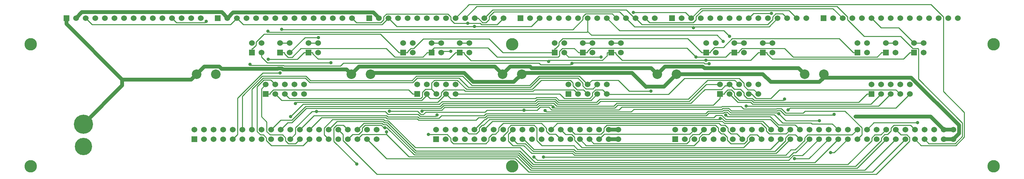
<source format=gtl>
G04 (created by PCBNEW (2013-mar-13)-testing) date Tue 12 Nov 2013 05:14:33 PM PST*
%MOIN*%
G04 Gerber Fmt 3.4, Leading zero omitted, Abs format*
%FSLAX34Y34*%
G01*
G70*
G90*
G04 APERTURE LIST*
%ADD10C,0.005906*%
%ADD11C,0.100000*%
%ADD12R,0.060000X0.060000*%
%ADD13C,0.060000*%
%ADD14C,0.200000*%
%ADD15C,0.181100*%
%ADD16C,0.130000*%
%ADD17C,0.035000*%
%ADD18C,0.040000*%
%ADD19C,0.010000*%
G04 APERTURE END LIST*
G54D10*
G54D11*
X34039Y-28740D03*
X36039Y-28740D03*
X50181Y-28740D03*
X52181Y-28740D03*
X65929Y-28740D03*
X67929Y-28740D03*
X82070Y-28740D03*
X84070Y-28740D03*
X97425Y-28740D03*
X99425Y-28740D03*
G54D12*
X39795Y-26484D03*
G54D13*
X39795Y-25484D03*
X40795Y-26484D03*
X40795Y-25484D03*
G54D12*
X55582Y-26484D03*
G54D13*
X55582Y-25484D03*
X56582Y-26484D03*
X56582Y-25484D03*
G54D12*
X71370Y-26484D03*
G54D13*
X71370Y-25484D03*
X72370Y-26484D03*
X72370Y-25484D03*
G54D12*
X87157Y-26484D03*
G54D13*
X87157Y-25484D03*
X88157Y-26484D03*
X88157Y-25484D03*
G54D12*
X102944Y-26484D03*
G54D13*
X102944Y-25484D03*
X103944Y-26484D03*
X103944Y-25484D03*
G54D12*
X42748Y-26484D03*
G54D13*
X42748Y-25484D03*
X43748Y-26484D03*
X43748Y-25484D03*
G54D12*
X58535Y-26484D03*
G54D13*
X58535Y-25484D03*
X59535Y-26484D03*
X59535Y-25484D03*
G54D12*
X74322Y-26484D03*
G54D13*
X74322Y-25484D03*
X75322Y-26484D03*
X75322Y-25484D03*
G54D12*
X90110Y-26484D03*
G54D13*
X90110Y-25484D03*
X91110Y-26484D03*
X91110Y-25484D03*
G54D12*
X105897Y-26484D03*
G54D13*
X105897Y-25484D03*
X106897Y-26484D03*
X106897Y-25484D03*
G54D12*
X45700Y-26484D03*
G54D13*
X45700Y-25484D03*
X46700Y-26484D03*
X46700Y-25484D03*
G54D12*
X61488Y-26484D03*
G54D13*
X61488Y-25484D03*
X62488Y-26484D03*
X62488Y-25484D03*
G54D12*
X77275Y-26484D03*
G54D13*
X77275Y-25484D03*
X78275Y-26484D03*
X78275Y-25484D03*
G54D12*
X93062Y-26484D03*
G54D13*
X93062Y-25484D03*
X94062Y-26484D03*
X94062Y-25484D03*
G54D12*
X108850Y-26484D03*
G54D13*
X108850Y-25484D03*
X109850Y-26484D03*
X109850Y-25484D03*
G54D12*
X33807Y-35539D03*
G54D13*
X33807Y-34539D03*
X38807Y-35539D03*
X34807Y-34539D03*
X39807Y-35539D03*
X35807Y-34539D03*
X40807Y-35539D03*
X36807Y-34539D03*
X41807Y-35539D03*
X37807Y-34539D03*
X42807Y-35539D03*
X38807Y-34539D03*
X43807Y-35539D03*
X39807Y-34539D03*
X44807Y-35539D03*
X40807Y-34539D03*
X45807Y-35539D03*
X41807Y-34539D03*
X46807Y-35539D03*
X42807Y-34539D03*
X47807Y-35539D03*
X43807Y-34539D03*
X48807Y-35539D03*
X44807Y-34539D03*
X45807Y-34539D03*
X49807Y-35539D03*
X46807Y-34539D03*
X48807Y-34539D03*
X49807Y-34539D03*
X50807Y-34539D03*
X51807Y-34539D03*
X50807Y-35539D03*
X51807Y-35539D03*
X34807Y-35539D03*
X35807Y-35539D03*
X36807Y-35539D03*
X37807Y-35539D03*
X52807Y-35539D03*
X52807Y-34539D03*
X47807Y-34539D03*
G54D12*
X83925Y-35539D03*
G54D13*
X83925Y-34539D03*
X88925Y-35539D03*
X84925Y-34539D03*
X89925Y-35539D03*
X85925Y-34539D03*
X90925Y-35539D03*
X86925Y-34539D03*
X91925Y-35539D03*
X87925Y-34539D03*
X92925Y-35539D03*
X88925Y-34539D03*
X93925Y-35539D03*
X89925Y-34539D03*
X94925Y-35539D03*
X90925Y-34539D03*
X95925Y-35539D03*
X91925Y-34539D03*
X96925Y-35539D03*
X92925Y-34539D03*
X97925Y-35539D03*
X93925Y-34539D03*
X98925Y-35539D03*
X94925Y-34539D03*
X95925Y-34539D03*
X99925Y-35539D03*
X96925Y-34539D03*
X98925Y-34539D03*
X99925Y-34539D03*
X100925Y-34539D03*
X101925Y-34539D03*
X100925Y-35539D03*
X101925Y-35539D03*
X84925Y-35539D03*
X85925Y-35539D03*
X86925Y-35539D03*
X87925Y-35539D03*
X102925Y-35539D03*
X102925Y-34539D03*
X97925Y-34539D03*
X103925Y-35539D03*
X103925Y-34539D03*
X104925Y-35539D03*
X104925Y-34539D03*
X105925Y-35539D03*
X105925Y-34539D03*
X106925Y-35539D03*
X106925Y-34539D03*
X107925Y-35539D03*
X107925Y-34539D03*
X108925Y-35539D03*
X108925Y-34539D03*
X109925Y-35539D03*
X109925Y-34539D03*
X110925Y-35539D03*
X110925Y-34539D03*
X111925Y-35539D03*
X111925Y-34539D03*
X112925Y-35539D03*
X112925Y-34539D03*
G54D14*
X22244Y-33956D03*
G54D15*
X22244Y-36318D03*
G54D12*
X20460Y-22874D03*
G54D13*
X21460Y-22874D03*
X22460Y-22874D03*
X23460Y-22874D03*
X24460Y-22874D03*
X25460Y-22874D03*
X26460Y-22874D03*
X27460Y-22874D03*
X28460Y-22874D03*
X29460Y-22874D03*
X30460Y-22874D03*
X31460Y-22874D03*
X32460Y-22874D03*
X33460Y-22874D03*
X34460Y-22874D03*
G54D12*
X36248Y-22874D03*
G54D13*
X37248Y-22874D03*
X38248Y-22874D03*
X39248Y-22874D03*
X40248Y-22874D03*
X41248Y-22874D03*
X42248Y-22874D03*
X43248Y-22874D03*
X44248Y-22874D03*
X45248Y-22874D03*
X46248Y-22874D03*
X47248Y-22874D03*
X48248Y-22874D03*
X49248Y-22874D03*
X50248Y-22874D03*
G54D12*
X52035Y-22874D03*
G54D13*
X53035Y-22874D03*
X54035Y-22874D03*
X55035Y-22874D03*
X56035Y-22874D03*
X57035Y-22874D03*
X58035Y-22874D03*
X59035Y-22874D03*
X60035Y-22874D03*
X61035Y-22874D03*
X62035Y-22874D03*
X63035Y-22874D03*
X64035Y-22874D03*
X65035Y-22874D03*
X66035Y-22874D03*
G54D12*
X67822Y-22874D03*
G54D13*
X68822Y-22874D03*
X69822Y-22874D03*
X70822Y-22874D03*
X71822Y-22874D03*
X72822Y-22874D03*
X73822Y-22874D03*
X74822Y-22874D03*
X75822Y-22874D03*
X76822Y-22874D03*
X77822Y-22874D03*
X78822Y-22874D03*
X79822Y-22874D03*
X80822Y-22874D03*
X81822Y-22874D03*
G54D12*
X83610Y-22874D03*
G54D13*
X84610Y-22874D03*
X85610Y-22874D03*
X86610Y-22874D03*
X87610Y-22874D03*
X88610Y-22874D03*
X89610Y-22874D03*
X90610Y-22874D03*
X91610Y-22874D03*
X92610Y-22874D03*
X93610Y-22874D03*
X94610Y-22874D03*
X95610Y-22874D03*
X96610Y-22874D03*
X97610Y-22874D03*
G54D12*
X99397Y-22874D03*
G54D13*
X100397Y-22874D03*
X101397Y-22874D03*
X102397Y-22874D03*
X103397Y-22874D03*
X104397Y-22874D03*
X105397Y-22874D03*
X106397Y-22874D03*
X107397Y-22874D03*
X108397Y-22874D03*
X109397Y-22874D03*
X110397Y-22874D03*
X111397Y-22874D03*
X112397Y-22874D03*
X113397Y-22874D03*
G54D16*
X117125Y-25590D03*
X16732Y-38385D03*
X117125Y-38385D03*
X66929Y-25590D03*
X66929Y-38385D03*
X16732Y-25590D03*
G54D12*
X41248Y-30814D03*
G54D13*
X41248Y-29814D03*
X42248Y-30814D03*
X42248Y-29814D03*
X43248Y-30814D03*
X43248Y-29814D03*
X44248Y-30814D03*
X44248Y-29814D03*
X45248Y-30814D03*
X45248Y-29814D03*
G54D12*
X57035Y-30814D03*
G54D13*
X57035Y-29814D03*
X58035Y-30814D03*
X58035Y-29814D03*
X59035Y-30814D03*
X59035Y-29814D03*
X60035Y-30814D03*
X60035Y-29814D03*
X61035Y-30814D03*
X61035Y-29814D03*
G54D12*
X72822Y-30814D03*
G54D13*
X72822Y-29814D03*
X73822Y-30814D03*
X73822Y-29814D03*
X74822Y-30814D03*
X74822Y-29814D03*
X75822Y-30814D03*
X75822Y-29814D03*
X76822Y-30814D03*
X76822Y-29814D03*
G54D12*
X88610Y-30814D03*
G54D13*
X88610Y-29814D03*
X89610Y-30814D03*
X89610Y-29814D03*
X90610Y-30814D03*
X90610Y-29814D03*
X91610Y-30814D03*
X91610Y-29814D03*
X92610Y-30814D03*
X92610Y-29814D03*
G54D12*
X104397Y-30814D03*
G54D13*
X104397Y-29814D03*
X105397Y-30814D03*
X105397Y-29814D03*
X106397Y-30814D03*
X106397Y-29814D03*
X107397Y-30814D03*
X107397Y-29814D03*
X108397Y-30814D03*
X108397Y-29814D03*
G54D12*
X59003Y-35539D03*
G54D13*
X59003Y-34539D03*
X64003Y-35539D03*
X60003Y-34539D03*
X65003Y-35539D03*
X61003Y-34539D03*
X66003Y-35539D03*
X62003Y-34539D03*
X67003Y-35539D03*
X63003Y-34539D03*
X68003Y-35539D03*
X64003Y-34539D03*
X69003Y-35539D03*
X65003Y-34539D03*
X70003Y-35539D03*
X66003Y-34539D03*
X71003Y-35539D03*
X67003Y-34539D03*
X72003Y-35539D03*
X68003Y-34539D03*
X73003Y-35539D03*
X69003Y-34539D03*
X74003Y-35539D03*
X70003Y-34539D03*
X71003Y-34539D03*
X75003Y-35539D03*
X72003Y-34539D03*
X74003Y-34539D03*
X75003Y-34539D03*
X76003Y-34539D03*
X77003Y-34539D03*
X76003Y-35539D03*
X77003Y-35539D03*
X60003Y-35539D03*
X61003Y-35539D03*
X62003Y-35539D03*
X63003Y-35539D03*
X78003Y-35539D03*
X78003Y-34539D03*
X73003Y-34539D03*
G54D17*
X102736Y-33182D03*
X57547Y-32615D03*
X71202Y-32159D03*
X70211Y-37408D03*
X53682Y-34325D03*
X73181Y-27622D03*
X87486Y-27632D03*
X39602Y-27703D03*
X89219Y-33021D03*
X69215Y-37397D03*
X53836Y-34775D03*
X88946Y-25292D03*
X41467Y-24224D03*
X95327Y-31350D03*
X91323Y-32060D03*
X96386Y-37579D03*
X81402Y-30521D03*
X93968Y-22382D03*
X43851Y-33183D03*
X44347Y-31798D03*
X89616Y-24789D03*
X94748Y-32865D03*
X98984Y-33598D03*
X50724Y-38133D03*
X46532Y-32642D03*
X59099Y-33015D03*
X95706Y-32471D03*
X100142Y-36950D03*
X42919Y-24026D03*
X62319Y-23407D03*
X35036Y-23206D03*
X85836Y-23861D03*
X70726Y-27394D03*
X87156Y-27280D03*
X41515Y-27179D03*
X58200Y-35048D03*
X109193Y-33810D03*
X42748Y-28616D03*
X86094Y-26934D03*
X46748Y-24894D03*
X60553Y-26333D03*
X63015Y-23743D03*
X79565Y-22257D03*
X48036Y-27541D03*
X68180Y-32517D03*
X54139Y-32615D03*
X76205Y-26934D03*
X88629Y-33360D03*
X100491Y-32930D03*
X70368Y-32531D03*
X80917Y-30077D03*
G54D18*
X78003Y-34539D02*
X77003Y-34539D01*
X20460Y-22874D02*
X20460Y-23474D01*
X33477Y-29301D02*
X26288Y-29301D01*
X34039Y-28740D02*
X33477Y-29301D01*
X20460Y-23474D02*
X26288Y-29301D01*
X26288Y-29912D02*
X22244Y-33956D01*
X26288Y-29301D02*
X26288Y-29912D01*
X66738Y-27930D02*
X65929Y-28740D01*
X68820Y-27930D02*
X66738Y-27930D01*
X68987Y-28097D02*
X68820Y-27930D01*
X81427Y-28097D02*
X68987Y-28097D01*
X82070Y-28740D02*
X81427Y-28097D01*
X112925Y-34539D02*
X111925Y-34539D01*
X82882Y-27928D02*
X82070Y-28740D01*
X86806Y-27928D02*
X82882Y-27928D01*
X86994Y-28116D02*
X86806Y-27928D01*
X96801Y-28116D02*
X86994Y-28116D01*
X97425Y-28740D02*
X96801Y-28116D01*
X65128Y-27940D02*
X65929Y-28740D01*
X50981Y-27940D02*
X65128Y-27940D01*
X50181Y-28740D02*
X50981Y-27940D01*
X110568Y-33182D02*
X102736Y-33182D01*
X111925Y-34539D02*
X110568Y-33182D01*
X34843Y-27936D02*
X34039Y-28740D01*
X36391Y-27936D02*
X34843Y-27936D01*
X36640Y-28184D02*
X36391Y-27936D01*
X42508Y-28184D02*
X36640Y-28184D01*
X42551Y-28141D02*
X42508Y-28184D01*
X42944Y-28141D02*
X42551Y-28141D01*
X43031Y-28227D02*
X42944Y-28141D01*
X49668Y-28227D02*
X43031Y-28227D01*
X50181Y-28740D02*
X49668Y-28227D01*
G54D19*
X88610Y-30814D02*
X89060Y-30814D01*
X104397Y-30814D02*
X103947Y-30814D01*
X88610Y-30814D02*
X88610Y-31265D01*
X41698Y-30702D02*
X41698Y-30814D01*
X42035Y-30364D02*
X41698Y-30702D01*
X56135Y-30364D02*
X42035Y-30364D01*
X56585Y-30814D02*
X56135Y-30364D01*
X57035Y-30814D02*
X56585Y-30814D01*
X41248Y-30814D02*
X41698Y-30814D01*
X89060Y-30702D02*
X89060Y-30814D01*
X89397Y-30364D02*
X89060Y-30702D01*
X89801Y-30364D02*
X89397Y-30364D01*
X90110Y-30674D02*
X89801Y-30364D01*
X90110Y-30978D02*
X90110Y-30674D01*
X90610Y-31477D02*
X90110Y-30978D01*
X91894Y-31477D02*
X90610Y-31477D01*
X92094Y-31678D02*
X91894Y-31477D01*
X103084Y-31678D02*
X92094Y-31678D01*
X103947Y-30814D02*
X103084Y-31678D01*
X71327Y-32284D02*
X71202Y-32159D01*
X77634Y-32284D02*
X71327Y-32284D01*
X77935Y-31984D02*
X77634Y-32284D01*
X87891Y-31984D02*
X77935Y-31984D01*
X88610Y-31265D02*
X87891Y-31984D01*
X57672Y-32490D02*
X57547Y-32615D01*
X59591Y-32490D02*
X57672Y-32490D01*
X59889Y-32192D02*
X59591Y-32490D01*
X69571Y-32192D02*
X59889Y-32192D01*
X69779Y-31984D02*
X69571Y-32192D01*
X71027Y-31984D02*
X69779Y-31984D01*
X71202Y-32159D02*
X71027Y-31984D01*
X44351Y-35995D02*
X44807Y-35539D01*
X43610Y-35995D02*
X44351Y-35995D01*
X43307Y-35692D02*
X43610Y-35995D01*
X43307Y-35402D02*
X43307Y-35692D01*
X42993Y-35089D02*
X43307Y-35402D01*
X41691Y-35089D02*
X42993Y-35089D01*
X41356Y-34754D02*
X41691Y-35089D01*
X41356Y-33735D02*
X41356Y-34754D01*
X40797Y-33176D02*
X41356Y-33735D01*
X40797Y-30265D02*
X40797Y-33176D01*
X41248Y-29814D02*
X40797Y-30265D01*
X96510Y-36954D02*
X97925Y-35539D01*
X96266Y-36954D02*
X96510Y-36954D01*
X95812Y-37408D02*
X96266Y-36954D01*
X70211Y-37408D02*
X95812Y-37408D01*
X53550Y-34325D02*
X53682Y-34325D01*
X53313Y-34089D02*
X53550Y-34325D01*
X51607Y-34089D02*
X53313Y-34089D01*
X51307Y-34389D02*
X51607Y-34089D01*
X51307Y-34680D02*
X51307Y-34389D01*
X50947Y-35039D02*
X51307Y-34680D01*
X50307Y-35039D02*
X50947Y-35039D01*
X49807Y-35539D02*
X50307Y-35039D01*
X102894Y-38569D02*
X105925Y-35539D01*
X68968Y-38569D02*
X102894Y-38569D01*
X67569Y-37170D02*
X68968Y-38569D01*
X56723Y-37170D02*
X67569Y-37170D01*
X53878Y-34325D02*
X56723Y-37170D01*
X53682Y-34325D02*
X53878Y-34325D01*
X73251Y-27551D02*
X73181Y-27622D01*
X86924Y-27551D02*
X73251Y-27551D01*
X87005Y-27632D02*
X86924Y-27551D01*
X87486Y-27632D02*
X87005Y-27632D01*
X39689Y-27791D02*
X39602Y-27703D01*
X43089Y-27791D02*
X39689Y-27791D01*
X43175Y-27877D02*
X43089Y-27791D01*
X49042Y-27877D02*
X43175Y-27877D01*
X49353Y-27566D02*
X49042Y-27877D01*
X69723Y-27566D02*
X49353Y-27566D01*
X69903Y-27747D02*
X69723Y-27566D01*
X73056Y-27747D02*
X69903Y-27747D01*
X73181Y-27622D02*
X73056Y-27747D01*
X42809Y-33537D02*
X41807Y-34539D01*
X43957Y-33537D02*
X42809Y-33537D01*
X45404Y-32090D02*
X43957Y-33537D01*
X59425Y-32090D02*
X45404Y-32090D01*
X59723Y-31792D02*
X59425Y-32090D01*
X69405Y-31792D02*
X59723Y-31792D01*
X69620Y-31576D02*
X69405Y-31792D01*
X71363Y-31576D02*
X69620Y-31576D01*
X71670Y-31884D02*
X71363Y-31576D01*
X75832Y-31884D02*
X71670Y-31884D01*
X76133Y-31583D02*
X75832Y-31884D01*
X85391Y-31583D02*
X76133Y-31583D01*
X87160Y-29814D02*
X85391Y-31583D01*
X88610Y-29814D02*
X87160Y-29814D01*
X96438Y-34052D02*
X96925Y-34539D01*
X94721Y-34052D02*
X96438Y-34052D01*
X93854Y-33185D02*
X94721Y-34052D01*
X89383Y-33185D02*
X93854Y-33185D01*
X89219Y-33021D02*
X89383Y-33185D01*
X58035Y-30932D02*
X58035Y-30814D01*
X42902Y-31469D02*
X42248Y-30814D01*
X57497Y-31469D02*
X42902Y-31469D01*
X58035Y-30932D02*
X57497Y-31469D01*
X90473Y-31678D02*
X89610Y-30814D01*
X91811Y-31678D02*
X90473Y-31678D01*
X92011Y-31878D02*
X91811Y-31678D01*
X104334Y-31878D02*
X92011Y-31878D01*
X105397Y-30814D02*
X104334Y-31878D01*
X90375Y-34989D02*
X90925Y-35539D01*
X89738Y-34989D02*
X90375Y-34989D01*
X89425Y-34675D02*
X89738Y-34989D01*
X89425Y-34382D02*
X89425Y-34675D01*
X89131Y-34089D02*
X89425Y-34382D01*
X88708Y-34089D02*
X89131Y-34089D01*
X88508Y-33889D02*
X88708Y-34089D01*
X71654Y-33889D02*
X88508Y-33889D01*
X71003Y-34539D02*
X71654Y-33889D01*
X73372Y-30364D02*
X73822Y-30814D01*
X69264Y-30364D02*
X73372Y-30364D01*
X69118Y-30511D02*
X69264Y-30364D01*
X62052Y-30511D02*
X69118Y-30511D01*
X61905Y-30364D02*
X62052Y-30511D01*
X59849Y-30364D02*
X61905Y-30364D01*
X59535Y-30678D02*
X59849Y-30364D01*
X59535Y-30966D02*
X59535Y-30678D01*
X59230Y-31271D02*
X59535Y-30966D01*
X58374Y-31271D02*
X59230Y-31271D01*
X58035Y-30932D02*
X58374Y-31271D01*
X41780Y-29347D02*
X42248Y-29814D01*
X41049Y-29347D02*
X41780Y-29347D01*
X40356Y-30039D02*
X41049Y-29347D01*
X40356Y-34725D02*
X40356Y-30039D01*
X40720Y-35089D02*
X40356Y-34725D01*
X40993Y-35089D02*
X40720Y-35089D01*
X41307Y-35402D02*
X40993Y-35089D01*
X41307Y-35685D02*
X41307Y-35402D01*
X41838Y-36217D02*
X41307Y-35685D01*
X45129Y-36217D02*
X41838Y-36217D01*
X45807Y-35539D02*
X45129Y-36217D01*
X69561Y-37743D02*
X69215Y-37397D01*
X95762Y-37743D02*
X69561Y-37743D01*
X96251Y-37254D02*
X95762Y-37743D01*
X97210Y-37254D02*
X96251Y-37254D01*
X98925Y-35539D02*
X97210Y-37254D01*
X51314Y-35031D02*
X50807Y-35539D01*
X53836Y-35031D02*
X51314Y-35031D01*
X103694Y-38770D02*
X106925Y-35539D01*
X68885Y-38770D02*
X103694Y-38770D01*
X67486Y-37370D02*
X68885Y-38770D01*
X56175Y-37370D02*
X67486Y-37370D01*
X53836Y-35031D02*
X56175Y-37370D01*
X53836Y-34775D02*
X53836Y-35031D01*
X88294Y-24640D02*
X88946Y-25292D01*
X75193Y-24640D02*
X88294Y-24640D01*
X74822Y-24269D02*
X75193Y-24640D01*
X74822Y-22874D02*
X74822Y-24269D01*
X41594Y-24351D02*
X41467Y-24224D01*
X74741Y-24351D02*
X41594Y-24351D01*
X74822Y-24269D02*
X74741Y-24351D01*
X89610Y-29814D02*
X89610Y-29941D01*
X43532Y-33814D02*
X42807Y-34539D01*
X43963Y-33814D02*
X43532Y-33814D01*
X45487Y-32290D02*
X43963Y-33814D01*
X59508Y-32290D02*
X45487Y-32290D01*
X59806Y-31992D02*
X59508Y-32290D01*
X69488Y-31992D02*
X59806Y-31992D01*
X69703Y-31777D02*
X69488Y-31992D01*
X71280Y-31777D02*
X69703Y-31777D01*
X71587Y-32084D02*
X71280Y-31777D01*
X77552Y-32084D02*
X71587Y-32084D01*
X77852Y-31784D02*
X77552Y-32084D01*
X85574Y-31784D02*
X77852Y-31784D01*
X87033Y-30324D02*
X85574Y-31784D01*
X88759Y-30324D02*
X87033Y-30324D01*
X89142Y-29941D02*
X88759Y-30324D01*
X89610Y-29941D02*
X89142Y-29941D01*
X95200Y-31477D02*
X95327Y-31350D01*
X92177Y-31477D02*
X95200Y-31477D01*
X91977Y-31277D02*
X92177Y-31477D01*
X91436Y-31277D02*
X91977Y-31277D01*
X91110Y-30951D02*
X91436Y-31277D01*
X91110Y-30672D02*
X91110Y-30951D01*
X90752Y-30314D02*
X91110Y-30672D01*
X90110Y-30314D02*
X90752Y-30314D01*
X89736Y-29941D02*
X90110Y-30314D01*
X89610Y-29941D02*
X89736Y-29941D01*
X105375Y-35089D02*
X105925Y-34539D01*
X104738Y-35089D02*
X105375Y-35089D01*
X104425Y-35402D02*
X104738Y-35089D01*
X104425Y-35695D02*
X104425Y-35402D01*
X101950Y-38169D02*
X104425Y-35695D01*
X69134Y-38169D02*
X101950Y-38169D01*
X67732Y-36768D02*
X69134Y-38169D01*
X56907Y-36768D02*
X67732Y-36768D01*
X53939Y-33800D02*
X56907Y-36768D01*
X53590Y-33800D02*
X53939Y-33800D01*
X53471Y-33681D02*
X53590Y-33800D01*
X48664Y-33681D02*
X53471Y-33681D01*
X47807Y-34539D02*
X48664Y-33681D01*
X58535Y-30314D02*
X59035Y-30814D01*
X43702Y-31269D02*
X43248Y-30814D01*
X57412Y-31269D02*
X43702Y-31269D01*
X57580Y-31101D02*
X57412Y-31269D01*
X57580Y-30629D02*
X57580Y-31101D01*
X57894Y-30314D02*
X57580Y-30629D01*
X58535Y-30314D02*
X57894Y-30314D01*
X72503Y-35039D02*
X72003Y-34539D01*
X73140Y-35039D02*
X72503Y-35039D01*
X73454Y-35352D02*
X73140Y-35039D01*
X73454Y-35633D02*
X73454Y-35352D01*
X74211Y-36390D02*
X73454Y-35633D01*
X91073Y-36390D02*
X74211Y-36390D01*
X91925Y-35539D02*
X91073Y-36390D01*
X91348Y-32085D02*
X91323Y-32060D01*
X105127Y-32085D02*
X91348Y-32085D01*
X106397Y-30814D02*
X105127Y-32085D01*
X74372Y-30364D02*
X74822Y-30814D01*
X73710Y-30364D02*
X74372Y-30364D01*
X73272Y-29927D02*
X73710Y-30364D01*
X73272Y-29628D02*
X73272Y-29927D01*
X73009Y-29364D02*
X73272Y-29628D01*
X69981Y-29364D02*
X73009Y-29364D01*
X69035Y-30311D02*
X69981Y-29364D01*
X62170Y-30311D02*
X69035Y-30311D01*
X61215Y-29356D02*
X62170Y-30311D01*
X58830Y-29356D02*
X61215Y-29356D01*
X58535Y-29652D02*
X58830Y-29356D01*
X58535Y-30314D02*
X58535Y-29652D01*
X97885Y-37579D02*
X99925Y-35539D01*
X96386Y-37579D02*
X97885Y-37579D01*
X104494Y-38970D02*
X107925Y-35539D01*
X68662Y-38970D02*
X104494Y-38970D01*
X67263Y-37570D02*
X68662Y-38970D01*
X53838Y-37570D02*
X67263Y-37570D01*
X51807Y-35539D02*
X53838Y-37570D01*
X38807Y-31023D02*
X38807Y-34539D01*
X40889Y-28941D02*
X38807Y-31023D01*
X45456Y-28941D02*
X40889Y-28941D01*
X45908Y-29393D02*
X45456Y-28941D01*
X56510Y-29393D02*
X45908Y-29393D01*
X56948Y-28955D02*
X56510Y-29393D01*
X61786Y-28955D02*
X56948Y-28955D01*
X62739Y-29909D02*
X61786Y-28955D01*
X68769Y-29909D02*
X62739Y-29909D01*
X69731Y-28947D02*
X68769Y-29909D01*
X73955Y-28947D02*
X69731Y-28947D01*
X74822Y-29814D02*
X73955Y-28947D01*
X75272Y-29364D02*
X74822Y-29814D01*
X77995Y-29364D02*
X75272Y-29364D01*
X79152Y-30521D02*
X77995Y-29364D01*
X81402Y-30521D02*
X79152Y-30521D01*
X45144Y-31889D02*
X43851Y-33183D01*
X59342Y-31889D02*
X45144Y-31889D01*
X59640Y-31591D02*
X59342Y-31889D01*
X69322Y-31591D02*
X59640Y-31591D01*
X69537Y-31376D02*
X69322Y-31591D01*
X71446Y-31376D02*
X69537Y-31376D01*
X71753Y-31683D02*
X71446Y-31376D01*
X75750Y-31683D02*
X71753Y-31683D01*
X76086Y-31347D02*
X75750Y-31683D01*
X85303Y-31347D02*
X76086Y-31347D01*
X87290Y-29361D02*
X85303Y-31347D01*
X90156Y-29361D02*
X87290Y-29361D01*
X90610Y-29814D02*
X90156Y-29361D01*
X92101Y-22382D02*
X93968Y-22382D01*
X91610Y-22874D02*
X92101Y-22382D01*
X107475Y-35089D02*
X106925Y-34539D01*
X108111Y-35089D02*
X107475Y-35089D01*
X108384Y-35362D02*
X108111Y-35089D01*
X108384Y-35742D02*
X108384Y-35362D01*
X104917Y-39209D02*
X108384Y-35742D01*
X52830Y-39209D02*
X104917Y-39209D01*
X49307Y-35685D02*
X52830Y-39209D01*
X49307Y-35039D02*
X49307Y-35685D01*
X48807Y-34539D02*
X49307Y-35039D01*
X44476Y-31669D02*
X44347Y-31798D01*
X59180Y-31669D02*
X44476Y-31669D01*
X60035Y-30814D02*
X59180Y-31669D01*
X92475Y-35089D02*
X92925Y-35539D01*
X91738Y-35089D02*
X92475Y-35089D01*
X91425Y-35402D02*
X91738Y-35089D01*
X91425Y-35712D02*
X91425Y-35402D01*
X91125Y-36011D02*
X91425Y-35712D01*
X89749Y-36011D02*
X91125Y-36011D01*
X89375Y-35636D02*
X89749Y-36011D01*
X89375Y-35352D02*
X89375Y-35636D01*
X89011Y-34989D02*
X89375Y-35352D01*
X88738Y-34989D02*
X89011Y-34989D01*
X88425Y-34675D02*
X88738Y-34989D01*
X88425Y-34382D02*
X88425Y-34675D01*
X88131Y-34089D02*
X88425Y-34382D01*
X76792Y-34089D02*
X88131Y-34089D01*
X76503Y-34377D02*
X76792Y-34089D01*
X76503Y-34708D02*
X76503Y-34377D01*
X76217Y-34995D02*
X76503Y-34708D01*
X73460Y-34995D02*
X76217Y-34995D01*
X73003Y-34539D02*
X73460Y-34995D01*
X60493Y-31273D02*
X60035Y-30814D01*
X69358Y-31273D02*
X60493Y-31273D01*
X69457Y-31174D02*
X69358Y-31273D01*
X71526Y-31174D02*
X69457Y-31174D01*
X71819Y-31466D02*
X71526Y-31174D01*
X75170Y-31466D02*
X71819Y-31466D01*
X75822Y-30814D02*
X75170Y-31466D01*
X91897Y-30814D02*
X91610Y-30814D01*
X92360Y-31277D02*
X91897Y-30814D01*
X93897Y-31277D02*
X92360Y-31277D01*
X94810Y-30364D02*
X93897Y-31277D01*
X106947Y-30364D02*
X94810Y-30364D01*
X107397Y-30814D02*
X106947Y-30364D01*
X98497Y-37967D02*
X100925Y-35539D01*
X69325Y-37967D02*
X98497Y-37967D01*
X67771Y-36413D02*
X69325Y-37967D01*
X56835Y-36413D02*
X67771Y-36413D01*
X54022Y-33600D02*
X56835Y-36413D01*
X53673Y-33600D02*
X54022Y-33600D01*
X53554Y-33480D02*
X53673Y-33600D01*
X48221Y-33480D02*
X53554Y-33480D01*
X47341Y-34361D02*
X48221Y-33480D01*
X47341Y-35073D02*
X47341Y-34361D01*
X47807Y-35539D02*
X47341Y-35073D01*
X62456Y-21452D02*
X61035Y-22874D01*
X110619Y-21452D02*
X62456Y-21452D01*
X111897Y-22731D02*
X110619Y-21452D01*
X111897Y-30545D02*
X111897Y-22731D01*
X114089Y-32737D02*
X111897Y-30545D01*
X114089Y-35320D02*
X114089Y-32737D01*
X113219Y-36190D02*
X114089Y-35320D01*
X109576Y-36190D02*
X113219Y-36190D01*
X108925Y-35539D02*
X109576Y-36190D01*
X89015Y-24188D02*
X89616Y-24789D01*
X78137Y-24188D02*
X89015Y-24188D01*
X76822Y-22874D02*
X78137Y-24188D01*
X39807Y-30306D02*
X39807Y-34539D01*
X40971Y-29141D02*
X39807Y-30306D01*
X45373Y-29141D02*
X40971Y-29141D01*
X45847Y-29615D02*
X45373Y-29141D01*
X56571Y-29615D02*
X45847Y-29615D01*
X57031Y-29155D02*
X56571Y-29615D01*
X61403Y-29155D02*
X57031Y-29155D01*
X62359Y-30111D02*
X61403Y-29155D01*
X68852Y-30111D02*
X62359Y-30111D01*
X69816Y-29147D02*
X68852Y-30111D01*
X73799Y-29147D02*
X69816Y-29147D01*
X74322Y-29670D02*
X73799Y-29147D01*
X74322Y-29956D02*
X74322Y-29670D01*
X74632Y-30266D02*
X74322Y-29956D01*
X75371Y-30266D02*
X74632Y-30266D01*
X75822Y-29814D02*
X75371Y-30266D01*
X95481Y-33598D02*
X94748Y-32865D01*
X98984Y-33598D02*
X95481Y-33598D01*
X46285Y-33061D02*
X44807Y-34539D01*
X53842Y-33061D02*
X46285Y-33061D01*
X53981Y-33200D02*
X53842Y-33061D01*
X57106Y-33200D02*
X53981Y-33200D01*
X57247Y-33340D02*
X57106Y-33200D01*
X59307Y-33340D02*
X57247Y-33340D01*
X59576Y-33071D02*
X59307Y-33340D01*
X64022Y-33071D02*
X59576Y-33071D01*
X64209Y-32884D02*
X64022Y-33071D01*
X87102Y-32884D02*
X64209Y-32884D01*
X87367Y-32619D02*
X87102Y-32884D01*
X88878Y-32619D02*
X87367Y-32619D01*
X89001Y-32496D02*
X88878Y-32619D01*
X89436Y-32496D02*
X89001Y-32496D01*
X89725Y-32785D02*
X89436Y-32496D01*
X94668Y-32785D02*
X89725Y-32785D01*
X94748Y-32865D02*
X94668Y-32785D01*
X48350Y-35759D02*
X50724Y-38133D01*
X48350Y-34358D02*
X48350Y-35759D01*
X48628Y-34081D02*
X48350Y-34358D01*
X49349Y-34081D02*
X48628Y-34081D01*
X49807Y-34539D02*
X49349Y-34081D01*
X44356Y-34989D02*
X43807Y-35539D01*
X44356Y-34352D02*
X44356Y-34989D01*
X46067Y-32642D02*
X44356Y-34352D01*
X46532Y-32642D02*
X46067Y-32642D01*
X58974Y-33140D02*
X59099Y-33015D01*
X57330Y-33140D02*
X58974Y-33140D01*
X57134Y-32945D02*
X57330Y-33140D01*
X54009Y-32945D02*
X57134Y-32945D01*
X53706Y-32642D02*
X54009Y-32945D01*
X46532Y-32642D02*
X53706Y-32642D01*
X71906Y-30814D02*
X61035Y-30814D01*
X72357Y-31265D02*
X71906Y-30814D01*
X75044Y-31265D02*
X72357Y-31265D01*
X75322Y-30987D02*
X75044Y-31265D01*
X75322Y-30673D02*
X75322Y-30987D01*
X75632Y-30363D02*
X75322Y-30673D01*
X76371Y-30363D02*
X75632Y-30363D01*
X76822Y-30814D02*
X76371Y-30363D01*
X95892Y-32285D02*
X95706Y-32471D01*
X106927Y-32285D02*
X95892Y-32285D01*
X108397Y-30814D02*
X106927Y-32285D01*
X92154Y-30359D02*
X92610Y-30814D01*
X91518Y-30359D02*
X92154Y-30359D01*
X91110Y-29951D02*
X91518Y-30359D01*
X91110Y-29668D02*
X91110Y-29951D01*
X90602Y-29160D02*
X91110Y-29668D01*
X84911Y-29160D02*
X90602Y-29160D01*
X83225Y-30846D02*
X84911Y-29160D01*
X76854Y-30846D02*
X83225Y-30846D01*
X76822Y-30814D02*
X76854Y-30846D01*
X100513Y-36950D02*
X101925Y-35539D01*
X100142Y-36950D02*
X100513Y-36950D01*
X110376Y-35990D02*
X109925Y-35539D01*
X113136Y-35990D02*
X110376Y-35990D01*
X113875Y-35251D02*
X113136Y-35990D01*
X113875Y-33824D02*
X113875Y-35251D01*
X109300Y-29248D02*
X113875Y-33824D01*
X109300Y-26111D02*
X109300Y-29248D01*
X109223Y-26034D02*
X109300Y-26111D01*
X108700Y-26034D02*
X109223Y-26034D01*
X107447Y-24781D02*
X108700Y-26034D01*
X103650Y-24781D02*
X107447Y-24781D01*
X101897Y-23029D02*
X103650Y-24781D01*
X101897Y-22734D02*
X101897Y-23029D01*
X100816Y-21653D02*
X101897Y-22734D01*
X63256Y-21653D02*
X100816Y-21653D01*
X62035Y-22874D02*
X63256Y-21653D01*
X77368Y-22419D02*
X77822Y-22874D01*
X74618Y-22419D02*
X77368Y-22419D01*
X74322Y-22715D02*
X74618Y-22419D01*
X74322Y-23020D02*
X74322Y-22715D01*
X73273Y-24069D02*
X74322Y-23020D01*
X42962Y-24069D02*
X73273Y-24069D01*
X42919Y-24026D02*
X42962Y-24069D01*
X47066Y-33280D02*
X45807Y-34539D01*
X53778Y-33280D02*
X47066Y-33280D01*
X53898Y-33400D02*
X53778Y-33280D01*
X57023Y-33400D02*
X53898Y-33400D01*
X57164Y-33540D02*
X57023Y-33400D01*
X63159Y-33540D02*
X57164Y-33540D01*
X63428Y-33271D02*
X63159Y-33540D01*
X64105Y-33271D02*
X63428Y-33271D01*
X64292Y-33084D02*
X64105Y-33271D01*
X87185Y-33084D02*
X64292Y-33084D01*
X87450Y-32820D02*
X87185Y-33084D01*
X88961Y-32820D02*
X87450Y-32820D01*
X89084Y-32696D02*
X88961Y-32820D01*
X89353Y-32696D02*
X89084Y-32696D01*
X89642Y-32985D02*
X89353Y-32696D01*
X94269Y-32985D02*
X89642Y-32985D01*
X95136Y-33852D02*
X94269Y-32985D01*
X98118Y-33852D02*
X95136Y-33852D01*
X98199Y-33932D02*
X98118Y-33852D01*
X100318Y-33932D02*
X98199Y-33932D01*
X100925Y-34539D02*
X100318Y-33932D01*
X108470Y-34084D02*
X108925Y-34539D01*
X106723Y-34084D02*
X108470Y-34084D01*
X106425Y-34382D02*
X106723Y-34084D01*
X106425Y-34685D02*
X106425Y-34382D01*
X106071Y-35039D02*
X106425Y-34685D01*
X105785Y-35039D02*
X106071Y-35039D01*
X105425Y-35399D02*
X105785Y-35039D01*
X105425Y-35680D02*
X105425Y-35399D01*
X102735Y-38369D02*
X105425Y-35680D01*
X69051Y-38369D02*
X102735Y-38369D01*
X67652Y-36970D02*
X69051Y-38369D01*
X56826Y-36970D02*
X67652Y-36970D01*
X53856Y-34000D02*
X56826Y-36970D01*
X53507Y-34000D02*
X53856Y-34000D01*
X53389Y-33881D02*
X53507Y-34000D01*
X51464Y-33881D02*
X53389Y-33881D01*
X50807Y-34539D02*
X51464Y-33881D01*
X50698Y-23324D02*
X50248Y-22874D01*
X53254Y-23324D02*
X50698Y-23324D01*
X53535Y-23043D02*
X53254Y-23324D01*
X53535Y-22712D02*
X53535Y-23043D01*
X53823Y-22423D02*
X53535Y-22712D01*
X60233Y-22423D02*
X53823Y-22423D01*
X60535Y-22725D02*
X60233Y-22423D01*
X60535Y-23027D02*
X60535Y-22725D01*
X60915Y-23407D02*
X60535Y-23027D01*
X62319Y-23407D02*
X60915Y-23407D01*
X65377Y-23532D02*
X66035Y-22874D01*
X63737Y-23532D02*
X65377Y-23532D01*
X63612Y-23407D02*
X63737Y-23532D01*
X62319Y-23407D02*
X63612Y-23407D01*
X31926Y-23340D02*
X31460Y-22874D01*
X34903Y-23340D02*
X31926Y-23340D01*
X35036Y-23206D02*
X34903Y-23340D01*
X85836Y-23759D02*
X85836Y-23861D01*
X93724Y-23759D02*
X85836Y-23759D01*
X94610Y-22874D02*
X93724Y-23759D01*
X79708Y-23759D02*
X78822Y-22874D01*
X85836Y-23759D02*
X79708Y-23759D01*
X78154Y-22205D02*
X78822Y-22874D01*
X65031Y-22205D02*
X78154Y-22205D01*
X64535Y-22701D02*
X65031Y-22205D01*
X64535Y-23010D02*
X64535Y-22701D01*
X64221Y-23324D02*
X64535Y-23010D01*
X63846Y-23324D02*
X64221Y-23324D01*
X63396Y-22874D02*
X63846Y-23324D01*
X63035Y-22874D02*
X63396Y-22874D01*
X61713Y-26484D02*
X61938Y-26484D01*
X61713Y-26484D02*
X61488Y-26484D01*
X61488Y-26484D02*
X61038Y-26484D01*
X45700Y-26484D02*
X46150Y-26484D01*
X70629Y-27296D02*
X70726Y-27394D01*
X62638Y-27296D02*
X70629Y-27296D01*
X61938Y-26596D02*
X62638Y-27296D01*
X61938Y-26484D02*
X61938Y-26596D01*
X93062Y-26484D02*
X92612Y-26484D01*
X93513Y-26596D02*
X93513Y-26484D01*
X94063Y-27146D02*
X93513Y-26596D01*
X107737Y-27146D02*
X94063Y-27146D01*
X108400Y-26484D02*
X107737Y-27146D01*
X108850Y-26484D02*
X108400Y-26484D01*
X93062Y-26484D02*
X93513Y-26484D01*
X76825Y-26793D02*
X76825Y-26484D01*
X76330Y-27288D02*
X76825Y-26793D01*
X70832Y-27288D02*
X76330Y-27288D01*
X70726Y-27394D02*
X70832Y-27288D01*
X77275Y-26484D02*
X76825Y-26484D01*
X91816Y-27280D02*
X87156Y-27280D01*
X92612Y-26484D02*
X91816Y-27280D01*
X77725Y-26596D02*
X77725Y-26484D01*
X78409Y-27280D02*
X77725Y-26596D01*
X87156Y-27280D02*
X78409Y-27280D01*
X77275Y-26484D02*
X77725Y-26484D01*
X46150Y-26596D02*
X46150Y-26484D01*
X46692Y-27138D02*
X46150Y-26596D01*
X60383Y-27138D02*
X46692Y-27138D01*
X61038Y-26484D02*
X60383Y-27138D01*
X45700Y-26484D02*
X45250Y-26484D01*
X44555Y-27179D02*
X45250Y-26484D01*
X41515Y-27179D02*
X44555Y-27179D01*
X96474Y-35088D02*
X96925Y-35539D01*
X95735Y-35088D02*
X96474Y-35088D01*
X95425Y-35398D02*
X95735Y-35088D01*
X95425Y-35711D02*
X95425Y-35398D01*
X94339Y-36797D02*
X95425Y-35711D01*
X73570Y-36797D02*
X94339Y-36797D01*
X73370Y-36597D02*
X73570Y-36797D01*
X69199Y-36597D02*
X73370Y-36597D01*
X68141Y-35539D02*
X69199Y-36597D01*
X68003Y-35539D02*
X68141Y-35539D01*
X46700Y-25484D02*
X45700Y-25484D01*
X60174Y-35048D02*
X58200Y-35048D01*
X60553Y-35427D02*
X60174Y-35048D01*
X60553Y-35732D02*
X60553Y-35427D01*
X60817Y-35996D02*
X60553Y-35732D01*
X64194Y-35996D02*
X60817Y-35996D01*
X64503Y-35687D02*
X64194Y-35996D01*
X64503Y-35377D02*
X64503Y-35687D01*
X64880Y-35001D02*
X64503Y-35377D01*
X65206Y-35001D02*
X64880Y-35001D01*
X65553Y-34654D02*
X65206Y-35001D01*
X65553Y-34351D02*
X65553Y-34654D01*
X66019Y-33885D02*
X65553Y-34351D01*
X69991Y-33885D02*
X66019Y-33885D01*
X70503Y-34398D02*
X69991Y-33885D01*
X70503Y-34707D02*
X70503Y-34398D01*
X70793Y-34996D02*
X70503Y-34707D01*
X71461Y-34996D02*
X70793Y-34996D01*
X72003Y-35539D02*
X71461Y-34996D01*
X62488Y-25484D02*
X61488Y-25484D01*
X87425Y-35039D02*
X87925Y-34539D01*
X86784Y-35039D02*
X87425Y-35039D01*
X86425Y-35398D02*
X86784Y-35039D01*
X86425Y-35686D02*
X86425Y-35398D01*
X85920Y-36190D02*
X86425Y-35686D01*
X74655Y-36190D02*
X85920Y-36190D01*
X74003Y-35539D02*
X74655Y-36190D01*
X78275Y-25484D02*
X77275Y-25484D01*
X95475Y-34989D02*
X95925Y-34539D01*
X93738Y-34989D02*
X95475Y-34989D01*
X93425Y-34675D02*
X93738Y-34989D01*
X93425Y-34399D02*
X93425Y-34675D01*
X92912Y-33886D02*
X93425Y-34399D01*
X89057Y-33886D02*
X92912Y-33886D01*
X88856Y-33685D02*
X89057Y-33886D01*
X64858Y-33685D02*
X88856Y-33685D01*
X64003Y-34539D02*
X64858Y-33685D01*
X94062Y-25484D02*
X93062Y-25484D01*
X104653Y-33810D02*
X109193Y-33810D01*
X103925Y-34539D02*
X104653Y-33810D01*
X109850Y-25484D02*
X108850Y-25484D01*
X107248Y-23882D02*
X108850Y-25484D01*
X105405Y-23882D02*
X107248Y-23882D01*
X104397Y-22874D02*
X105405Y-23882D01*
X105897Y-26484D02*
X105447Y-26484D01*
X90110Y-26484D02*
X90560Y-26484D01*
X42748Y-26484D02*
X43198Y-26484D01*
X104997Y-26934D02*
X105447Y-26484D01*
X96240Y-26934D02*
X104997Y-26934D01*
X95331Y-26025D02*
X96240Y-26934D01*
X90907Y-26025D02*
X95331Y-26025D01*
X90560Y-26371D02*
X90907Y-26025D01*
X90560Y-26484D02*
X90560Y-26371D01*
X57635Y-26934D02*
X58085Y-26484D01*
X54700Y-26934D02*
X57635Y-26934D01*
X53800Y-26034D02*
X54700Y-26934D01*
X44917Y-26034D02*
X53800Y-26034D01*
X43995Y-26956D02*
X44917Y-26034D01*
X43558Y-26956D02*
X43995Y-26956D01*
X43198Y-26596D02*
X43558Y-26956D01*
X43198Y-26484D02*
X43198Y-26596D01*
X38307Y-35039D02*
X37807Y-35539D01*
X38307Y-31240D02*
X38307Y-35039D01*
X40931Y-28616D02*
X38307Y-31240D01*
X42748Y-28616D02*
X40931Y-28616D01*
X90110Y-26484D02*
X89660Y-26484D01*
X89210Y-26934D02*
X89660Y-26484D01*
X86094Y-26934D02*
X89210Y-26934D01*
X58535Y-26484D02*
X58310Y-26484D01*
X58310Y-26484D02*
X58085Y-26484D01*
X58810Y-25984D02*
X58310Y-26484D01*
X64415Y-25984D02*
X58810Y-25984D01*
X65365Y-26934D02*
X64415Y-25984D01*
X71732Y-26934D02*
X65365Y-26934D01*
X71870Y-26796D02*
X71732Y-26934D01*
X71870Y-26325D02*
X71870Y-26796D01*
X72169Y-26026D02*
X71870Y-26325D01*
X73415Y-26026D02*
X72169Y-26026D01*
X73872Y-26484D02*
X73415Y-26026D01*
X85175Y-26015D02*
X86094Y-26934D01*
X75129Y-26015D02*
X85175Y-26015D01*
X74772Y-26371D02*
X75129Y-26015D01*
X74772Y-26484D02*
X74772Y-26371D01*
X74322Y-26484D02*
X74772Y-26484D01*
X74322Y-26484D02*
X73872Y-26484D01*
X94466Y-36997D02*
X95925Y-35539D01*
X73488Y-36997D02*
X94466Y-36997D01*
X73308Y-36817D02*
X73488Y-36997D01*
X69130Y-36817D02*
X73308Y-36817D01*
X68312Y-35999D02*
X69130Y-36817D01*
X67464Y-35999D02*
X68312Y-35999D01*
X67003Y-35539D02*
X67464Y-35999D01*
X45337Y-24894D02*
X46748Y-24894D01*
X43748Y-26484D02*
X45337Y-24894D01*
X43748Y-25484D02*
X42748Y-25484D01*
X59685Y-26333D02*
X60553Y-26333D01*
X59535Y-26484D02*
X59685Y-26333D01*
X59535Y-25484D02*
X58535Y-25484D01*
X75455Y-35990D02*
X75003Y-35539D01*
X85144Y-35990D02*
X75455Y-35990D01*
X85425Y-35710D02*
X85144Y-35990D01*
X85425Y-35398D02*
X85425Y-35710D01*
X85784Y-35039D02*
X85425Y-35398D01*
X86425Y-35039D02*
X85784Y-35039D01*
X86925Y-34539D02*
X86425Y-35039D01*
X75322Y-25484D02*
X74322Y-25484D01*
X93871Y-33486D02*
X94925Y-34539D01*
X89223Y-33486D02*
X93871Y-33486D01*
X88772Y-33034D02*
X89223Y-33486D01*
X88212Y-33034D02*
X88772Y-33034D01*
X87962Y-33284D02*
X88212Y-33034D01*
X64375Y-33284D02*
X87962Y-33284D01*
X64175Y-33485D02*
X64375Y-33284D01*
X64058Y-33485D02*
X64175Y-33485D01*
X63003Y-34539D02*
X64058Y-33485D01*
X91110Y-25484D02*
X90110Y-25484D01*
X66553Y-34990D02*
X67003Y-34539D01*
X66553Y-35752D02*
X66553Y-34990D01*
X67013Y-36213D02*
X66553Y-35752D01*
X68149Y-36213D02*
X67013Y-36213D01*
X68958Y-37021D02*
X68149Y-36213D01*
X73228Y-37021D02*
X68958Y-37021D01*
X73405Y-37197D02*
X73228Y-37021D01*
X95459Y-37197D02*
X73405Y-37197D01*
X96003Y-36653D02*
X95459Y-37197D01*
X96449Y-36653D02*
X96003Y-36653D01*
X97425Y-35677D02*
X96449Y-36653D01*
X97425Y-35402D02*
X97425Y-35677D01*
X97738Y-35089D02*
X97425Y-35402D01*
X102375Y-35089D02*
X97738Y-35089D01*
X102925Y-34539D02*
X102375Y-35089D01*
X106897Y-25484D02*
X105897Y-25484D01*
X37581Y-23540D02*
X38248Y-22874D01*
X23126Y-23540D02*
X37581Y-23540D01*
X22460Y-22874D02*
X23126Y-23540D01*
X38917Y-23542D02*
X38248Y-22874D01*
X53366Y-23542D02*
X38917Y-23542D01*
X54035Y-22874D02*
X53366Y-23542D01*
X54904Y-23743D02*
X63015Y-23743D01*
X54035Y-22874D02*
X54904Y-23743D01*
X84993Y-22257D02*
X79565Y-22257D01*
X85610Y-22874D02*
X84993Y-22257D01*
X100381Y-21857D02*
X101397Y-22874D01*
X86626Y-21857D02*
X100381Y-21857D01*
X85610Y-22874D02*
X86626Y-21857D01*
X68953Y-23743D02*
X69822Y-22874D01*
X63015Y-23743D02*
X68953Y-23743D01*
X80483Y-23535D02*
X79822Y-22874D01*
X93589Y-23535D02*
X80483Y-23535D01*
X94110Y-23014D02*
X93589Y-23535D01*
X94110Y-22725D02*
X94110Y-23014D01*
X94416Y-22419D02*
X94110Y-22725D01*
X95155Y-22419D02*
X94416Y-22419D01*
X95610Y-22874D02*
X95155Y-22419D01*
X64904Y-22005D02*
X64035Y-22874D01*
X78833Y-22005D02*
X64904Y-22005D01*
X79701Y-22874D02*
X78833Y-22005D01*
X79822Y-22874D02*
X79701Y-22874D01*
X65983Y-26484D02*
X71370Y-26484D01*
X64532Y-25033D02*
X65983Y-26484D01*
X57689Y-25033D02*
X64532Y-25033D01*
X56688Y-26034D02*
X57689Y-25033D01*
X56370Y-26034D02*
X56688Y-26034D01*
X56032Y-26371D02*
X56370Y-26034D01*
X56032Y-26484D02*
X56032Y-26371D01*
X55582Y-26484D02*
X56032Y-26484D01*
X71370Y-26484D02*
X71370Y-26034D01*
X86932Y-26484D02*
X86707Y-26484D01*
X86932Y-26484D02*
X87157Y-26484D01*
X87157Y-26484D02*
X87607Y-26484D01*
X102944Y-26484D02*
X102494Y-26484D01*
X39795Y-26484D02*
X39795Y-26034D01*
X55582Y-26484D02*
X55132Y-26484D01*
X101032Y-25021D02*
X102494Y-26484D01*
X89887Y-25021D02*
X101032Y-25021D01*
X88974Y-25934D02*
X89887Y-25021D01*
X88051Y-25934D02*
X88974Y-25934D01*
X87607Y-26378D02*
X88051Y-25934D01*
X87607Y-26484D02*
X87607Y-26378D01*
X85236Y-25013D02*
X86707Y-26484D01*
X72204Y-25013D02*
X85236Y-25013D01*
X71820Y-25397D02*
X72204Y-25013D01*
X71820Y-25696D02*
X71820Y-25397D01*
X71482Y-26034D02*
X71820Y-25696D01*
X71370Y-26034D02*
X71482Y-26034D01*
X53203Y-24555D02*
X55132Y-26484D01*
X41070Y-24555D02*
X53203Y-24555D01*
X40245Y-25380D02*
X41070Y-24555D01*
X40245Y-25696D02*
X40245Y-25380D01*
X39907Y-26034D02*
X40245Y-25696D01*
X39795Y-26034D02*
X39907Y-26034D01*
X66003Y-35216D02*
X66003Y-35539D01*
X66503Y-34716D02*
X66003Y-35216D01*
X66503Y-34395D02*
X66503Y-34716D01*
X66812Y-34086D02*
X66503Y-34395D01*
X69224Y-34086D02*
X66812Y-34086D01*
X69503Y-34365D02*
X69224Y-34086D01*
X69503Y-35685D02*
X69503Y-34365D01*
X70033Y-36214D02*
X69503Y-35685D01*
X73370Y-36214D02*
X70033Y-36214D01*
X73753Y-36597D02*
X73370Y-36214D01*
X93867Y-36597D02*
X73753Y-36597D01*
X94925Y-35539D02*
X93867Y-36597D01*
X40795Y-26923D02*
X40795Y-26484D01*
X41412Y-27541D02*
X40795Y-26923D01*
X48036Y-27541D02*
X41412Y-27541D01*
X57087Y-32615D02*
X54139Y-32615D01*
X57412Y-32940D02*
X57087Y-32615D01*
X57682Y-32940D02*
X57412Y-32940D01*
X57932Y-32690D02*
X57682Y-32940D01*
X64120Y-32690D02*
X57932Y-32690D01*
X64293Y-32517D02*
X64120Y-32690D01*
X68180Y-32517D02*
X64293Y-32517D01*
X69529Y-32517D02*
X68180Y-32517D01*
X69858Y-32187D02*
X69529Y-32517D01*
X70759Y-32187D02*
X69858Y-32187D01*
X71055Y-32484D02*
X70759Y-32187D01*
X78084Y-32484D02*
X71055Y-32484D01*
X78384Y-32184D02*
X78084Y-32484D01*
X88747Y-32184D02*
X78384Y-32184D01*
X88835Y-32096D02*
X88747Y-32184D01*
X90800Y-32096D02*
X88835Y-32096D01*
X91089Y-32385D02*
X90800Y-32096D01*
X94486Y-32385D02*
X91089Y-32385D01*
X94530Y-32340D02*
X94486Y-32385D01*
X95001Y-32340D02*
X94530Y-32340D01*
X95459Y-32798D02*
X95001Y-32340D01*
X97262Y-32798D02*
X95459Y-32798D01*
X97460Y-32600D02*
X97262Y-32798D01*
X101654Y-32600D02*
X97460Y-32600D01*
X103397Y-34343D02*
X101654Y-32600D01*
X103397Y-35066D02*
X103397Y-34343D01*
X102925Y-35539D02*
X103397Y-35066D01*
X72820Y-26934D02*
X72370Y-26484D01*
X76205Y-26934D02*
X72820Y-26934D01*
X85456Y-35008D02*
X85925Y-34539D01*
X76535Y-35008D02*
X85456Y-35008D01*
X76003Y-35539D02*
X76535Y-35008D01*
X62454Y-34989D02*
X62003Y-34539D01*
X63190Y-34989D02*
X62454Y-34989D01*
X63503Y-34675D02*
X63190Y-34989D01*
X63503Y-34376D02*
X63503Y-34675D01*
X63791Y-34089D02*
X63503Y-34376D01*
X63953Y-34089D02*
X63791Y-34089D01*
X64558Y-33485D02*
X63953Y-34089D01*
X88504Y-33485D02*
X64558Y-33485D01*
X88629Y-33360D02*
X88504Y-33485D01*
X93072Y-33686D02*
X93925Y-34539D01*
X89140Y-33686D02*
X93072Y-33686D01*
X88814Y-33360D02*
X89140Y-33686D01*
X88629Y-33360D02*
X88814Y-33360D01*
X70520Y-32684D02*
X70368Y-32531D01*
X79351Y-32684D02*
X70520Y-32684D01*
X79633Y-32402D02*
X79351Y-32684D01*
X88812Y-32402D02*
X79633Y-32402D01*
X88918Y-32296D02*
X88812Y-32402D01*
X89519Y-32296D02*
X88918Y-32296D01*
X89808Y-32585D02*
X89519Y-32296D01*
X94568Y-32585D02*
X89808Y-32585D01*
X94613Y-32540D02*
X94568Y-32585D01*
X94918Y-32540D02*
X94613Y-32540D01*
X95377Y-32999D02*
X94918Y-32540D01*
X100421Y-32999D02*
X95377Y-32999D01*
X100491Y-32930D02*
X100421Y-32999D01*
X95793Y-22057D02*
X96610Y-22874D01*
X86758Y-22057D02*
X95793Y-22057D01*
X86110Y-22705D02*
X86758Y-22057D01*
X86110Y-23045D02*
X86110Y-22705D01*
X85820Y-23334D02*
X86110Y-23045D01*
X81283Y-23334D02*
X85820Y-23334D01*
X80822Y-22874D02*
X81283Y-23334D01*
G54D18*
X112925Y-35539D02*
X111925Y-35539D01*
X78003Y-35539D02*
X77003Y-35539D01*
X22079Y-22255D02*
X21460Y-22874D01*
X36659Y-22255D02*
X22079Y-22255D01*
X37262Y-22859D02*
X36659Y-22255D01*
X37848Y-22273D02*
X37262Y-22859D01*
X52470Y-22273D02*
X37848Y-22273D01*
X53035Y-22838D02*
X52470Y-22273D01*
X53035Y-22874D02*
X53035Y-22838D01*
X37262Y-22859D02*
X37248Y-22874D01*
X99425Y-28740D02*
X99425Y-29102D01*
X113525Y-34939D02*
X112925Y-35539D01*
X113525Y-34080D02*
X113525Y-34939D01*
X108546Y-29102D02*
X113525Y-34080D01*
X99425Y-29102D02*
X108546Y-29102D01*
X93089Y-28740D02*
X84070Y-28740D01*
X93902Y-29553D02*
X93089Y-28740D01*
X98974Y-29553D02*
X93902Y-29553D01*
X99425Y-29102D02*
X98974Y-29553D01*
X68071Y-28597D02*
X67929Y-28740D01*
X79436Y-28597D02*
X68071Y-28597D01*
X80917Y-30077D02*
X79436Y-28597D01*
X52315Y-28605D02*
X52181Y-28740D01*
X61931Y-28605D02*
X52315Y-28605D01*
X62873Y-29547D02*
X61931Y-28605D01*
X67121Y-29547D02*
X62873Y-29547D01*
X67929Y-28740D02*
X67121Y-29547D01*
X80948Y-30046D02*
X80917Y-30077D01*
X82764Y-30046D02*
X80948Y-30046D01*
X84070Y-28740D02*
X82764Y-30046D01*
M02*

</source>
